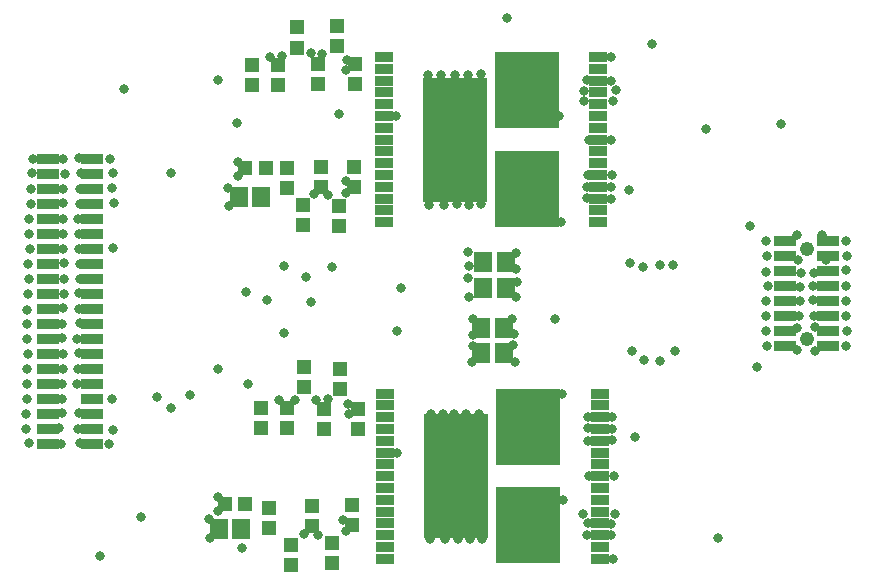
<source format=gbr>
G04 EAGLE Gerber RS-274X export*
G75*
%MOMM*%
%FSLAX34Y34*%
%LPD*%
%INSoldermask Top*%
%IPPOS*%
%AMOC8*
5,1,8,0,0,1.08239X$1,22.5*%
G01*
%ADD10R,1.503200X1.703200*%
%ADD11R,1.203200X1.303200*%
%ADD12R,1.303200X1.203200*%
%ADD13R,1.503200X0.868200*%
%ADD14R,5.453200X10.503200*%
%ADD15R,5.453200X6.433200*%
%ADD16R,1.879600X0.939800*%
%ADD17C,1.223200*%
%ADD18C,0.813200*%


D10*
X564659Y297546D03*
X583659Y297546D03*
X376433Y352497D03*
X357433Y352497D03*
X562730Y241334D03*
X581730Y241334D03*
X359627Y70948D03*
X340627Y70948D03*
D11*
X363187Y376463D03*
X380187Y376463D03*
D12*
X390538Y446901D03*
X390538Y463901D03*
X424961Y447624D03*
X424961Y464624D03*
X427332Y377364D03*
X427332Y360364D03*
X455119Y360589D03*
X455119Y377589D03*
X456319Y464561D03*
X456319Y447561D03*
X440398Y497255D03*
X440398Y480255D03*
X442074Y327890D03*
X442074Y344890D03*
X368977Y463747D03*
X368977Y446747D03*
X406641Y495740D03*
X406641Y478740D03*
X412268Y328349D03*
X412268Y345349D03*
X398682Y359512D03*
X398682Y376512D03*
D11*
X345885Y92051D03*
X362885Y92051D03*
D12*
X398231Y156569D03*
X398231Y173569D03*
X429436Y155808D03*
X429436Y172808D03*
X419532Y90780D03*
X419532Y73780D03*
X453499Y74272D03*
X453499Y91272D03*
X458077Y172592D03*
X458077Y155592D03*
X443455Y206469D03*
X443455Y189469D03*
X436360Y42043D03*
X436360Y59043D03*
X376286Y173712D03*
X376286Y156712D03*
X412824Y208450D03*
X412824Y191450D03*
X401826Y40710D03*
X401826Y57710D03*
X383043Y72016D03*
X383043Y89016D03*
D13*
X480084Y400799D03*
X662084Y400799D03*
X480084Y410799D03*
X480084Y420799D03*
X480084Y430799D03*
X480084Y440799D03*
X480084Y450799D03*
X480084Y460799D03*
X480084Y470799D03*
X480084Y390799D03*
X480084Y380799D03*
X480084Y370799D03*
X480084Y360799D03*
X480084Y350799D03*
X480084Y340799D03*
X480084Y330799D03*
X662084Y410799D03*
X662084Y420799D03*
X662084Y430799D03*
X662084Y440799D03*
X662084Y450799D03*
X662084Y460799D03*
X662084Y470799D03*
X662084Y390799D03*
X662084Y380799D03*
X662084Y370799D03*
X662084Y360799D03*
X662084Y350799D03*
X662084Y340799D03*
X662084Y330799D03*
D14*
X540584Y400799D03*
D15*
X601584Y442449D03*
X601584Y359149D03*
D13*
X481257Y115847D03*
X663257Y115847D03*
X481257Y125847D03*
X481257Y135847D03*
X481257Y145847D03*
X481257Y155847D03*
X481257Y165847D03*
X481257Y175847D03*
X481257Y185847D03*
X481257Y105847D03*
X481257Y95847D03*
X481257Y85847D03*
X481257Y75847D03*
X481257Y65847D03*
X481257Y55847D03*
X481257Y45847D03*
X663257Y125847D03*
X663257Y135847D03*
X663257Y145847D03*
X663257Y155847D03*
X663257Y165847D03*
X663257Y175847D03*
X663257Y185847D03*
X663257Y105847D03*
X663257Y95847D03*
X663257Y85847D03*
X663257Y75847D03*
X663257Y65847D03*
X663257Y55847D03*
X663257Y45847D03*
D14*
X541757Y115847D03*
D15*
X602757Y157497D03*
X602757Y74197D03*
D16*
X196215Y143510D03*
X233045Y143510D03*
X196215Y156210D03*
X233045Y156210D03*
X196215Y168910D03*
X233045Y168910D03*
X196215Y181610D03*
X233045Y181610D03*
X196215Y194310D03*
X233045Y194310D03*
X196215Y207010D03*
X233045Y207010D03*
X196215Y219710D03*
X233045Y219710D03*
X196215Y232410D03*
X233045Y232410D03*
X196215Y245110D03*
X233045Y245110D03*
X196215Y257810D03*
X233045Y257810D03*
X196215Y270510D03*
X233045Y270510D03*
X196215Y283210D03*
X233045Y283210D03*
X196215Y295910D03*
X233045Y295910D03*
X196215Y308610D03*
X233045Y308610D03*
X196215Y321310D03*
X233045Y321310D03*
X196215Y334010D03*
X233045Y334010D03*
X196215Y346710D03*
X233045Y346710D03*
X196215Y359410D03*
X233045Y359410D03*
X196215Y372110D03*
X233045Y372110D03*
X196215Y384810D03*
X233045Y384810D03*
D17*
X838200Y232410D03*
X838200Y308610D03*
D10*
X562903Y219884D03*
X581903Y219884D03*
X564430Y275422D03*
X583430Y275422D03*
D16*
X819785Y226060D03*
X856615Y226060D03*
X819785Y238760D03*
X856615Y238760D03*
X819785Y251460D03*
X856615Y251460D03*
X819785Y264160D03*
X856615Y264160D03*
X819785Y276860D03*
X856615Y276860D03*
X819785Y289560D03*
X856615Y289560D03*
X819785Y302260D03*
X856615Y302260D03*
X819785Y314960D03*
X856615Y314960D03*
D18*
X418593Y474105D03*
X428216Y473273D03*
X422985Y180298D03*
X433177Y181112D03*
X221327Y155756D03*
X250956Y154978D03*
X412913Y66946D03*
X424783Y66397D03*
X421580Y354636D03*
X432998Y354316D03*
X300535Y173565D03*
X288142Y183085D03*
X591141Y212474D03*
X589954Y226853D03*
X592047Y267519D03*
X592706Y280578D03*
X592047Y304454D03*
X590350Y236615D03*
X589163Y248883D03*
X332961Y63182D03*
X332272Y79341D03*
X340154Y86630D03*
X340314Y97904D03*
X448288Y69079D03*
X446143Y78575D03*
X391559Y180309D03*
X405526Y180769D03*
X450355Y177139D03*
X450623Y168523D03*
X349196Y344719D03*
X348185Y360067D03*
X357098Y369625D03*
X356639Y382031D03*
X448395Y355342D03*
X447885Y365426D03*
X384311Y471146D03*
X394104Y471633D03*
X449537Y468531D03*
X448651Y459890D03*
X490344Y420813D03*
X491263Y135737D03*
X650084Y442387D03*
X652370Y450979D03*
X649536Y433874D03*
X652950Y370685D03*
X652729Y360869D03*
X652178Y351384D03*
X653562Y145819D03*
X652817Y156242D03*
X653083Y165920D03*
X649175Y83624D03*
X653227Y75880D03*
X652716Y65989D03*
X208975Y384802D03*
X210078Y371898D03*
X209085Y359325D03*
X208644Y346862D03*
X208864Y333297D03*
X208423Y320613D03*
X208754Y308592D03*
X209471Y295964D03*
X209692Y282839D03*
X209526Y270211D03*
X208589Y257914D03*
X208203Y244954D03*
X208203Y232602D03*
X208323Y219275D03*
X209058Y206960D03*
X207817Y193497D03*
X207634Y181550D03*
X207490Y169281D03*
X205280Y156336D03*
X206935Y142771D03*
X222759Y143598D03*
X260097Y443450D03*
X436501Y292609D03*
X316576Y184735D03*
X418735Y263593D03*
X274866Y81299D03*
X240405Y48451D03*
X299778Y372309D03*
X356095Y414708D03*
X442336Y422316D03*
X625218Y248825D03*
X693319Y148638D03*
X763061Y63233D03*
X753215Y409780D03*
X687576Y358045D03*
X816393Y413886D03*
X707268Y482046D03*
X584193Y503398D03*
X592593Y291172D03*
X676493Y442793D03*
X672625Y450815D03*
X674177Y433721D03*
X673208Y370714D03*
X672944Y360448D03*
X672561Y350939D03*
X673420Y166111D03*
X673353Y155808D03*
X673693Y146620D03*
X672598Y65783D03*
X672545Y75675D03*
X676373Y83545D03*
X182233Y372284D03*
X181516Y358774D03*
X181957Y346421D03*
X179751Y333186D03*
X179641Y320613D03*
X180916Y308016D03*
X179064Y295573D03*
X179725Y282602D03*
X178667Y270292D03*
X178402Y256658D03*
X178270Y244613D03*
X178600Y231707D03*
X178667Y219198D03*
X178534Y206756D03*
X178005Y193916D03*
X178137Y181606D03*
X177012Y168701D03*
X177475Y155927D03*
X180056Y143545D03*
X247354Y143455D03*
X183383Y384810D03*
X701014Y214096D03*
X690331Y221747D03*
X631107Y185847D03*
X713872Y213626D03*
X726693Y221716D03*
X632361Y95755D03*
X674566Y45534D03*
X414521Y284619D03*
X223267Y295176D03*
X364040Y272071D03*
X223267Y282469D03*
X395726Y293511D03*
X222374Y320855D03*
X360309Y54776D03*
X250001Y180944D03*
X222341Y271086D03*
X381217Y264976D03*
X222318Y257748D03*
X339873Y451621D03*
X221739Y333404D03*
X220698Y194293D03*
X713772Y294313D03*
X725361Y294503D03*
X628827Y420799D03*
X672293Y470807D03*
X700109Y293236D03*
X688755Y296033D03*
X629934Y330799D03*
X396049Y236682D03*
X222870Y245285D03*
X365507Y193602D03*
X220820Y232325D03*
X222199Y220010D03*
X339665Y206528D03*
X221739Y206868D03*
X803517Y314944D03*
X829799Y319631D03*
X805080Y302353D03*
X830696Y298931D03*
X804161Y264123D03*
X832280Y264123D03*
X803793Y251073D03*
X803885Y238390D03*
X804896Y226168D03*
X832096Y251624D03*
X830007Y241583D03*
X829983Y222492D03*
X804253Y289120D03*
X833475Y287831D03*
X805263Y276989D03*
X832510Y276207D03*
X871886Y225892D03*
X872162Y238850D03*
X871978Y251073D03*
X871335Y264123D03*
X871886Y277081D03*
X871748Y290084D03*
X872254Y302078D03*
X871611Y314852D03*
X796057Y208190D03*
X790017Y327666D03*
X851302Y319998D03*
X855113Y298986D03*
X844575Y288109D03*
X843610Y277081D03*
X843583Y264674D03*
X844410Y251348D03*
X845712Y242081D03*
X845697Y221940D03*
X222215Y308466D03*
X251283Y309101D03*
X223168Y359294D03*
X250594Y359515D03*
X223486Y346587D03*
X251880Y347293D03*
X554871Y212474D03*
X555662Y226325D03*
X555530Y235295D03*
X555662Y249146D03*
X562200Y345933D03*
X552349Y345841D03*
X542497Y345933D03*
X530900Y345841D03*
X518935Y345749D03*
X654275Y400541D03*
X517444Y455668D03*
X528995Y455605D03*
X540547Y455732D03*
X551588Y455924D03*
X562310Y456051D03*
X494858Y275353D03*
X491178Y238350D03*
X530344Y168254D03*
X520317Y168616D03*
X561231Y168790D03*
X540011Y168672D03*
X550203Y168799D03*
X519547Y62685D03*
X532401Y62873D03*
X543062Y62796D03*
X553152Y62664D03*
X563119Y62940D03*
X654364Y115901D03*
X222649Y169185D03*
X672579Y400684D03*
X675571Y115642D03*
X552014Y283925D03*
X552411Y267777D03*
X552543Y293985D03*
X552014Y305236D03*
X223645Y372478D03*
X250640Y372152D03*
X222374Y385185D03*
X248572Y384696D03*
M02*

</source>
